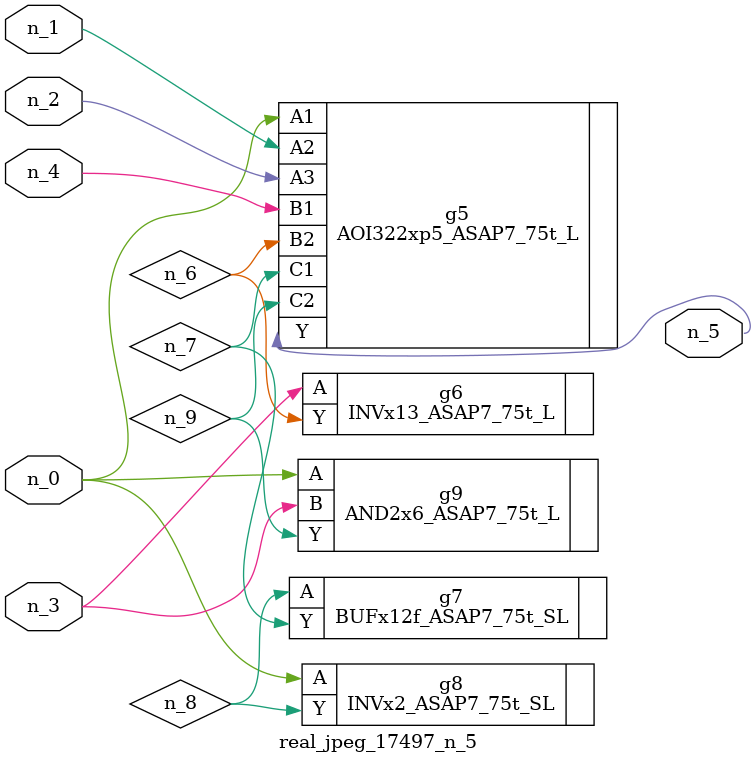
<source format=v>
module real_jpeg_17497_n_5 (n_4, n_0, n_1, n_2, n_3, n_5);

input n_4;
input n_0;
input n_1;
input n_2;
input n_3;

output n_5;

wire n_8;
wire n_6;
wire n_7;
wire n_9;

AOI322xp5_ASAP7_75t_L g5 ( 
.A1(n_0),
.A2(n_1),
.A3(n_2),
.B1(n_4),
.B2(n_6),
.C1(n_7),
.C2(n_9),
.Y(n_5)
);

INVx2_ASAP7_75t_SL g8 ( 
.A(n_0),
.Y(n_8)
);

AND2x6_ASAP7_75t_L g9 ( 
.A(n_0),
.B(n_3),
.Y(n_9)
);

INVx13_ASAP7_75t_L g6 ( 
.A(n_3),
.Y(n_6)
);

BUFx12f_ASAP7_75t_SL g7 ( 
.A(n_8),
.Y(n_7)
);


endmodule
</source>
